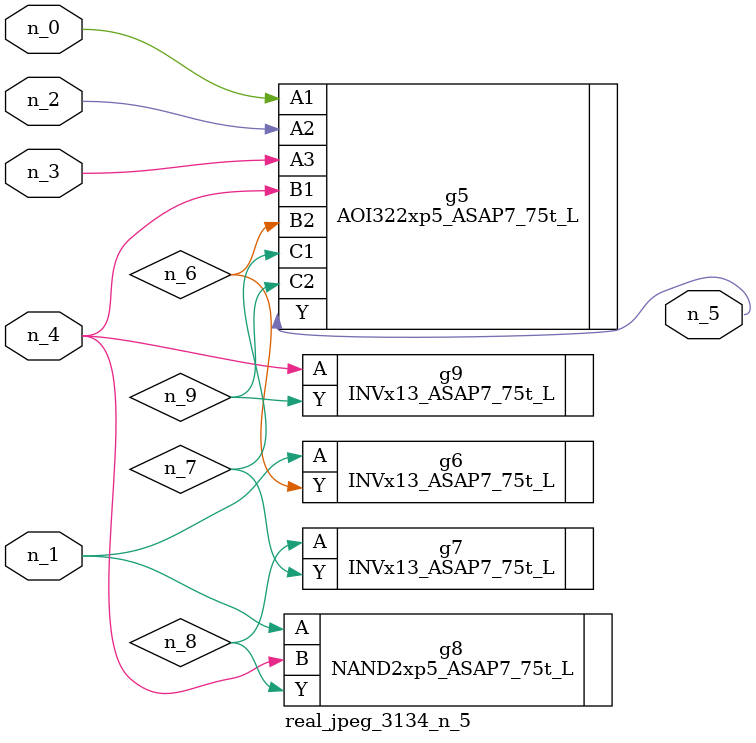
<source format=v>
module real_jpeg_3134_n_5 (n_4, n_0, n_1, n_2, n_3, n_5);

input n_4;
input n_0;
input n_1;
input n_2;
input n_3;

output n_5;

wire n_8;
wire n_6;
wire n_7;
wire n_9;

AOI322xp5_ASAP7_75t_L g5 ( 
.A1(n_0),
.A2(n_2),
.A3(n_3),
.B1(n_4),
.B2(n_6),
.C1(n_7),
.C2(n_9),
.Y(n_5)
);

INVx13_ASAP7_75t_L g6 ( 
.A(n_1),
.Y(n_6)
);

NAND2xp5_ASAP7_75t_L g8 ( 
.A(n_1),
.B(n_4),
.Y(n_8)
);

INVx13_ASAP7_75t_L g9 ( 
.A(n_4),
.Y(n_9)
);

INVx13_ASAP7_75t_L g7 ( 
.A(n_8),
.Y(n_7)
);


endmodule
</source>
